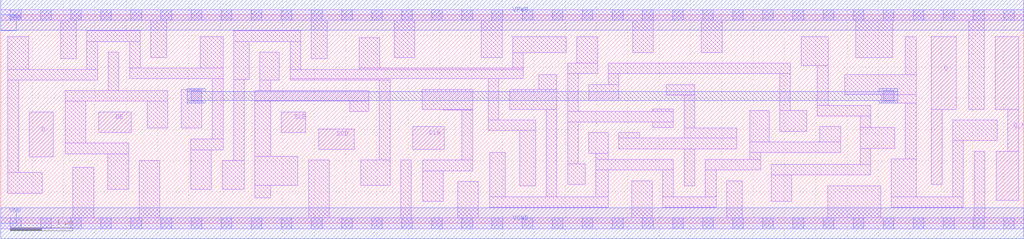
<source format=lef>
# Copyright 2020 The SkyWater PDK Authors
#
# Licensed under the Apache License, Version 2.0 (the "License");
# you may not use this file except in compliance with the License.
# You may obtain a copy of the License at
#
#     https://www.apache.org/licenses/LICENSE-2.0
#
# Unless required by applicable law or agreed to in writing, software
# distributed under the License is distributed on an "AS IS" BASIS,
# WITHOUT WARRANTIES OR CONDITIONS OF ANY KIND, either express or implied.
# See the License for the specific language governing permissions and
# limitations under the License.
#
# SPDX-License-Identifier: Apache-2.0

VERSION 5.5 ;
NAMESCASESENSITIVE ON ;
BUSBITCHARS "[]" ;
DIVIDERCHAR "/" ;
MACRO sky130_fd_sc_ms__sedfxbp_1
  CLASS CORE ;
  SOURCE USER ;
  ORIGIN  0.000000  0.000000 ;
  SIZE  16.32000 BY  3.330000 ;
  SYMMETRY X Y ;
  SITE unit ;
  PIN D
    ANTENNAGATEAREA  0.159000 ;
    DIRECTION INPUT ;
    USE SIGNAL ;
    PORT
      LAYER li1 ;
        RECT 0.455000 1.060000 0.835000 1.780000 ;
    END
  END D
  PIN DE
    ANTENNAGATEAREA  0.318000 ;
    DIRECTION INPUT ;
    USE SIGNAL ;
    PORT
      LAYER li1 ;
        RECT 1.565000 1.450000 2.085000 1.780000 ;
    END
  END DE
  PIN Q
    ANTENNADIFFAREA  0.541300 ;
    DIRECTION OUTPUT ;
    USE SIGNAL ;
    PORT
      LAYER li1 ;
        RECT 14.845000 0.620000 15.015000 1.820000 ;
        RECT 14.845000 1.820000 15.240000 2.980000 ;
    END
  END Q
  PIN Q_N
    ANTENNADIFFAREA  0.541300 ;
    DIRECTION OUTPUT ;
    USE SIGNAL ;
    PORT
      LAYER li1 ;
        RECT 15.860000 1.820000 16.235000 2.980000 ;
        RECT 15.875000 0.370000 16.235000 1.150000 ;
        RECT 16.065000 1.150000 16.235000 1.820000 ;
    END
  END Q_N
  PIN SCD
    ANTENNAGATEAREA  0.159000 ;
    DIRECTION INPUT ;
    USE SIGNAL ;
    PORT
      LAYER li1 ;
        RECT 5.075000 1.180000 5.635000 1.510000 ;
    END
  END SCD
  PIN SCE
    ANTENNAGATEAREA  0.318000 ;
    DIRECTION INPUT ;
    USE SIGNAL ;
    PORT
      LAYER li1 ;
        RECT 4.475000 1.450000 4.865000 1.780000 ;
    END
  END SCE
  PIN CLK
    ANTENNAGATEAREA  0.279000 ;
    DIRECTION INPUT ;
    USE CLOCK ;
    PORT
      LAYER li1 ;
        RECT 6.575000 1.180000 7.075000 1.550000 ;
    END
  END CLK
  PIN VGND
    DIRECTION INOUT ;
    USE GROUND ;
    PORT
      LAYER met1 ;
        RECT 0.000000 -0.245000 16.320000 0.245000 ;
    END
  END VGND
  PIN VNB
    DIRECTION INOUT ;
    USE GROUND ;
    PORT
    END
  END VNB
  PIN VPB
    DIRECTION INOUT ;
    USE POWER ;
    PORT
    END
  END VPB
  PIN VNB
    DIRECTION INOUT ;
    USE GROUND ;
    PORT
      LAYER met1 ;
        RECT 0.000000 0.000000 0.250000 0.250000 ;
    END
  END VNB
  PIN VPB
    DIRECTION INOUT ;
    USE POWER ;
    PORT
      LAYER met1 ;
        RECT 0.000000 3.080000 0.250000 3.330000 ;
    END
  END VPB
  PIN VPWR
    DIRECTION INOUT ;
    USE POWER ;
    PORT
      LAYER met1 ;
        RECT 0.000000 3.085000 16.320000 3.575000 ;
    END
  END VPWR
  OBS
    LAYER li1 ;
      RECT  0.000000 -0.085000 16.320000 0.085000 ;
      RECT  0.000000  3.245000 16.320000 3.415000 ;
      RECT  0.115000  0.480000  0.660000 0.810000 ;
      RECT  0.115000  0.810000  0.285000 2.290000 ;
      RECT  0.115000  2.290000  1.545000 2.460000 ;
      RECT  0.115000  2.460000  0.445000 2.980000 ;
      RECT  0.955000  2.630000  1.205000 3.245000 ;
      RECT  1.025000  1.110000  2.040000 1.280000 ;
      RECT  1.025000  1.280000  1.355000 1.950000 ;
      RECT  1.025000  1.950000  2.665000 2.120000 ;
      RECT  1.150000  0.085000  1.480000 0.890000 ;
      RECT  1.375000  2.460000  1.545000 2.905000 ;
      RECT  1.375000  2.905000  2.225000 3.075000 ;
      RECT  1.710000  0.545000  2.040000 1.110000 ;
      RECT  1.715000  2.120000  1.885000 2.735000 ;
      RECT  2.055000  2.310000  3.545000 2.480000 ;
      RECT  2.055000  2.480000  2.225000 2.905000 ;
      RECT  2.210000  0.085000  2.540000 1.005000 ;
      RECT  2.335000  1.525000  2.665000 1.950000 ;
      RECT  2.395000  2.650000  2.645000 3.245000 ;
      RECT  2.875000  1.525000  3.205000 2.140000 ;
      RECT  3.030000  0.545000  3.360000 1.175000 ;
      RECT  3.030000  1.175000  3.545000 1.345000 ;
      RECT  3.185000  2.480000  3.545000 2.980000 ;
      RECT  3.375000  1.345000  3.545000 2.310000 ;
      RECT  3.530000  0.545000  3.885000 1.005000 ;
      RECT  3.715000  1.005000  3.885000 2.300000 ;
      RECT  3.715000  2.300000  3.965000 2.905000 ;
      RECT  3.715000  2.905000  4.785000 3.075000 ;
      RECT  4.055000  0.410000  4.305000 0.605000 ;
      RECT  4.055000  0.605000  4.740000 1.065000 ;
      RECT  4.055000  1.065000  4.305000 1.950000 ;
      RECT  4.055000  1.950000  5.870000 2.120000 ;
      RECT  4.135000  2.120000  4.305000 2.290000 ;
      RECT  4.135000  2.290000  4.445000 2.735000 ;
      RECT  4.615000  2.290000  6.210000 2.310000 ;
      RECT  4.615000  2.310000  8.335000 2.460000 ;
      RECT  4.615000  2.460000  4.785000 2.905000 ;
      RECT  4.910000  0.085000  5.240000 1.010000 ;
      RECT  4.955000  2.630000  5.205000 3.245000 ;
      RECT  5.565000  1.790000  5.870000 1.950000 ;
      RECT  5.715000  2.460000  8.335000 2.480000 ;
      RECT  5.715000  2.480000  6.045000 2.970000 ;
      RECT  5.740000  0.605000  6.210000 1.010000 ;
      RECT  6.040000  1.010000  6.210000 2.290000 ;
      RECT  6.275000  2.650000  6.605000 3.245000 ;
      RECT  6.380000  0.085000  6.550000 1.010000 ;
      RECT  6.725000  1.820000  7.525000 2.140000 ;
      RECT  6.730000  0.350000  7.060000 0.840000 ;
      RECT  6.730000  0.840000  7.525000 1.010000 ;
      RECT  7.055000  1.810000  7.525000 1.820000 ;
      RECT  7.290000  0.085000  7.620000 0.670000 ;
      RECT  7.355000  1.010000  7.525000 1.810000 ;
      RECT  7.665000  2.650000  7.995000 3.245000 ;
      RECT  7.775000  1.480000  8.530000 1.650000 ;
      RECT  7.775000  1.650000  7.945000 2.310000 ;
      RECT  7.800000  0.255000  9.690000 0.425000 ;
      RECT  7.800000  0.425000  8.050000 1.130000 ;
      RECT  8.115000  1.820000  8.870000 2.140000 ;
      RECT  8.165000  2.480000  8.335000 2.730000 ;
      RECT  8.165000  2.730000  9.020000 2.980000 ;
      RECT  8.280000  0.595000  8.530000 1.480000 ;
      RECT  8.585000  2.140000  8.870000 2.380000 ;
      RECT  8.700000  0.425000  8.870000 1.820000 ;
      RECT  9.040000  0.620000  9.320000 0.950000 ;
      RECT  9.040000  0.950000  9.210000 1.620000 ;
      RECT  9.040000  1.620000 10.730000 1.790000 ;
      RECT  9.040000  1.790000  9.210000 2.390000 ;
      RECT  9.040000  2.390000  9.520000 2.560000 ;
      RECT  9.190000  2.560000  9.520000 2.980000 ;
      RECT  9.380000  1.120000  9.690000 1.450000 ;
      RECT  9.380000  1.960000  9.860000 2.220000 ;
      RECT  9.490000  0.425000  9.690000 0.850000 ;
      RECT  9.490000  0.850000 10.730000 1.020000 ;
      RECT  9.490000  1.020000  9.690000 1.120000 ;
      RECT  9.690000  2.220000  9.860000 2.390000 ;
      RECT  9.690000  2.390000 12.595000 2.560000 ;
      RECT  9.860000  1.190000 11.740000 1.360000 ;
      RECT  9.860000  1.360000 10.190000 1.450000 ;
      RECT 10.065000  0.085000 10.390000 0.680000 ;
      RECT 10.080000  2.730000 10.410000 3.245000 ;
      RECT 10.400000  1.530000 10.730000 1.620000 ;
      RECT 10.400000  1.790000 10.730000 1.830000 ;
      RECT 10.560000  0.255000 11.410000 0.425000 ;
      RECT 10.560000  0.425000 10.730000 0.850000 ;
      RECT 10.615000  2.050000 11.070000 2.220000 ;
      RECT 10.900000  0.595000 11.070000 1.190000 ;
      RECT 10.900000  1.360000 11.740000 1.520000 ;
      RECT 10.900000  1.520000 11.070000 2.050000 ;
      RECT 11.175000  2.730000 11.505000 3.245000 ;
      RECT 11.240000  0.425000 11.410000 0.850000 ;
      RECT 11.240000  0.850000 12.120000 1.020000 ;
      RECT 11.580000  0.085000 11.830000 0.680000 ;
      RECT 11.950000  1.020000 12.120000 1.130000 ;
      RECT 11.950000  1.130000 13.395000 1.300000 ;
      RECT 11.950000  1.300000 12.255000 1.800000 ;
      RECT 12.290000  0.350000 12.620000 0.770000 ;
      RECT 12.290000  0.770000 13.875000 0.940000 ;
      RECT 12.425000  1.470000 12.855000 1.800000 ;
      RECT 12.425000  1.800000 12.595000 2.390000 ;
      RECT 12.765000  2.520000 13.195000 2.980000 ;
      RECT 13.025000  1.715000 13.875000 1.885000 ;
      RECT 13.025000  1.885000 13.195000 2.520000 ;
      RECT 13.065000  1.300000 13.395000 1.545000 ;
      RECT 13.190000  0.085000 14.035000 0.600000 ;
      RECT 13.460000  2.055000 14.600000 2.380000 ;
      RECT 13.640000  2.650000 14.230000 3.245000 ;
      RECT 13.705000  0.940000 13.875000 1.200000 ;
      RECT 13.705000  1.200000 14.260000 1.530000 ;
      RECT 13.705000  1.530000 13.875000 1.715000 ;
      RECT 14.045000  1.920000 14.600000 2.055000 ;
      RECT 14.205000  0.255000 15.355000 0.425000 ;
      RECT 14.205000  0.425000 14.600000 1.030000 ;
      RECT 14.430000  1.030000 14.600000 1.920000 ;
      RECT 14.430000  2.380000 14.600000 2.980000 ;
      RECT 15.185000  0.425000 15.355000 1.320000 ;
      RECT 15.185000  1.320000 15.895000 1.650000 ;
      RECT 15.440000  1.820000 15.690000 3.245000 ;
      RECT 15.525000  0.085000 15.695000 1.150000 ;
    LAYER mcon ;
      RECT  0.155000 -0.085000  0.325000 0.085000 ;
      RECT  0.155000  3.245000  0.325000 3.415000 ;
      RECT  0.635000 -0.085000  0.805000 0.085000 ;
      RECT  0.635000  3.245000  0.805000 3.415000 ;
      RECT  1.115000 -0.085000  1.285000 0.085000 ;
      RECT  1.115000  3.245000  1.285000 3.415000 ;
      RECT  1.595000 -0.085000  1.765000 0.085000 ;
      RECT  1.595000  3.245000  1.765000 3.415000 ;
      RECT  2.075000 -0.085000  2.245000 0.085000 ;
      RECT  2.075000  3.245000  2.245000 3.415000 ;
      RECT  2.555000 -0.085000  2.725000 0.085000 ;
      RECT  2.555000  3.245000  2.725000 3.415000 ;
      RECT  3.035000 -0.085000  3.205000 0.085000 ;
      RECT  3.035000  1.950000  3.205000 2.120000 ;
      RECT  3.035000  3.245000  3.205000 3.415000 ;
      RECT  3.515000 -0.085000  3.685000 0.085000 ;
      RECT  3.515000  3.245000  3.685000 3.415000 ;
      RECT  3.995000 -0.085000  4.165000 0.085000 ;
      RECT  3.995000  3.245000  4.165000 3.415000 ;
      RECT  4.475000 -0.085000  4.645000 0.085000 ;
      RECT  4.475000  3.245000  4.645000 3.415000 ;
      RECT  4.955000 -0.085000  5.125000 0.085000 ;
      RECT  4.955000  3.245000  5.125000 3.415000 ;
      RECT  5.435000 -0.085000  5.605000 0.085000 ;
      RECT  5.435000  3.245000  5.605000 3.415000 ;
      RECT  5.915000 -0.085000  6.085000 0.085000 ;
      RECT  5.915000  3.245000  6.085000 3.415000 ;
      RECT  6.395000 -0.085000  6.565000 0.085000 ;
      RECT  6.395000  3.245000  6.565000 3.415000 ;
      RECT  6.875000 -0.085000  7.045000 0.085000 ;
      RECT  6.875000  3.245000  7.045000 3.415000 ;
      RECT  7.355000 -0.085000  7.525000 0.085000 ;
      RECT  7.355000  3.245000  7.525000 3.415000 ;
      RECT  7.835000 -0.085000  8.005000 0.085000 ;
      RECT  7.835000  3.245000  8.005000 3.415000 ;
      RECT  8.315000 -0.085000  8.485000 0.085000 ;
      RECT  8.315000  3.245000  8.485000 3.415000 ;
      RECT  8.795000 -0.085000  8.965000 0.085000 ;
      RECT  8.795000  3.245000  8.965000 3.415000 ;
      RECT  9.275000 -0.085000  9.445000 0.085000 ;
      RECT  9.275000  3.245000  9.445000 3.415000 ;
      RECT  9.755000 -0.085000  9.925000 0.085000 ;
      RECT  9.755000  3.245000  9.925000 3.415000 ;
      RECT 10.235000 -0.085000 10.405000 0.085000 ;
      RECT 10.235000  3.245000 10.405000 3.415000 ;
      RECT 10.715000 -0.085000 10.885000 0.085000 ;
      RECT 10.715000  3.245000 10.885000 3.415000 ;
      RECT 11.195000 -0.085000 11.365000 0.085000 ;
      RECT 11.195000  3.245000 11.365000 3.415000 ;
      RECT 11.675000 -0.085000 11.845000 0.085000 ;
      RECT 11.675000  3.245000 11.845000 3.415000 ;
      RECT 12.155000 -0.085000 12.325000 0.085000 ;
      RECT 12.155000  3.245000 12.325000 3.415000 ;
      RECT 12.635000 -0.085000 12.805000 0.085000 ;
      RECT 12.635000  3.245000 12.805000 3.415000 ;
      RECT 13.115000 -0.085000 13.285000 0.085000 ;
      RECT 13.115000  3.245000 13.285000 3.415000 ;
      RECT 13.595000 -0.085000 13.765000 0.085000 ;
      RECT 13.595000  3.245000 13.765000 3.415000 ;
      RECT 14.075000 -0.085000 14.245000 0.085000 ;
      RECT 14.075000  1.950000 14.245000 2.120000 ;
      RECT 14.075000  3.245000 14.245000 3.415000 ;
      RECT 14.555000 -0.085000 14.725000 0.085000 ;
      RECT 14.555000  3.245000 14.725000 3.415000 ;
      RECT 15.035000 -0.085000 15.205000 0.085000 ;
      RECT 15.035000  3.245000 15.205000 3.415000 ;
      RECT 15.515000 -0.085000 15.685000 0.085000 ;
      RECT 15.515000  3.245000 15.685000 3.415000 ;
      RECT 15.995000 -0.085000 16.165000 0.085000 ;
      RECT 15.995000  3.245000 16.165000 3.415000 ;
    LAYER met1 ;
      RECT  2.975000 1.920000  3.265000 1.965000 ;
      RECT  2.975000 1.965000 14.305000 2.105000 ;
      RECT  2.975000 2.105000  3.265000 2.150000 ;
      RECT 14.015000 1.920000 14.305000 1.965000 ;
      RECT 14.015000 2.105000 14.305000 2.150000 ;
  END
END sky130_fd_sc_ms__sedfxbp_1
END LIBRARY

</source>
